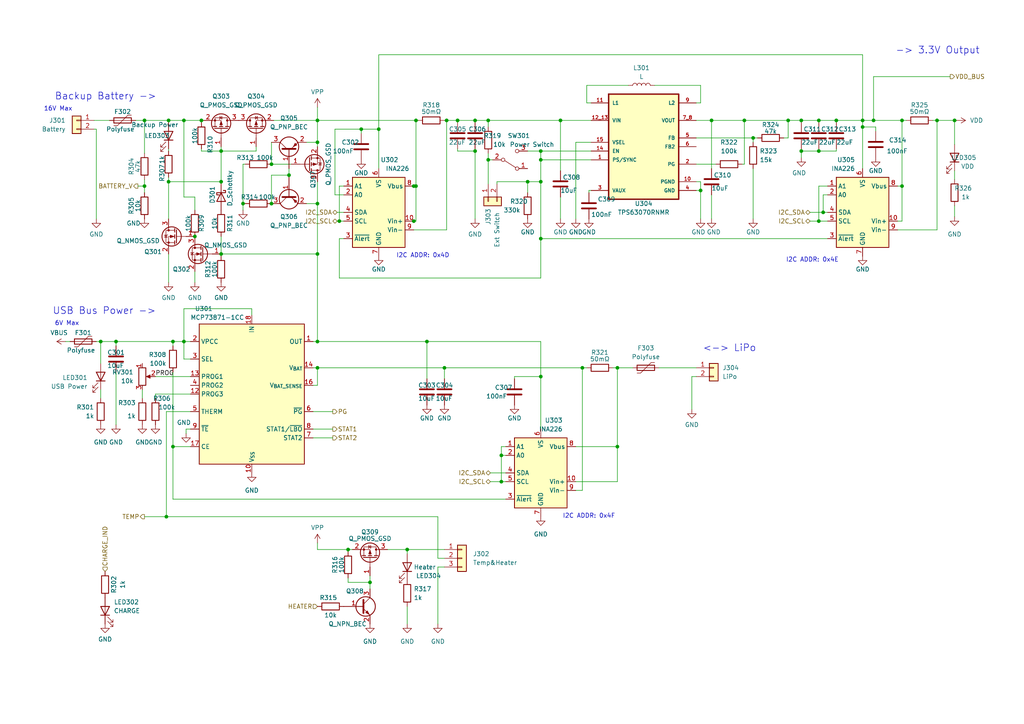
<source format=kicad_sch>
(kicad_sch (version 20231120) (generator "eeschema") (generator_version "8.0")
  (paper "A4")
  (junction (at 120.015 53.975))
  (junction (at 48.895 34.925))
  (junction (at 78.74 59.055))
  (junction (at 100.965 159.385))
  (junction (at 33.655 99.06))
  (junction (at 92.075 106.68))
  (junction (at 218.44 40.005))
  (junction (at 56.515 68.58))
  (junction (at 120.015 64.135))
  (junction (at 64.135 73.66))
  (junction (at 132.715 34.925))
  (junction (at 141.605 34.925))
  (junction (at 92.075 73.66))
  (junction (at 48.26 149.86))
  (junction (at 179.07 106.68))
  (junction (at 238.76 61.595))
  (junction (at 228.6 34.925))
  (junction (at 250.19 34.925))
  (junction (at 137.795 34.925))
  (junction (at 237.49 43.815))
  (junction (at 29.21 99.06))
  (junction (at 168.91 106.68))
  (junction (at 232.41 34.925))
  (junction (at 271.78 34.925))
  (junction (at 145.415 139.7))
  (junction (at 141.605 46.355))
  (junction (at 104.775 37.465))
  (junction (at 78.74 47.625))
  (junction (at 145.415 132.08))
  (junction (at 109.855 37.465))
  (junction (at 107.315 168.91))
  (junction (at 64.135 43.815))
  (junction (at 156.845 52.705))
  (junction (at 156.845 69.215))
  (junction (at 232.41 43.815))
  (junction (at 137.795 43.815))
  (junction (at 237.49 34.925))
  (junction (at 276.86 34.925))
  (junction (at 253.365 34.925))
  (junction (at 41.91 53.975))
  (junction (at 250.19 36.83))
  (junction (at 242.57 34.925))
  (junction (at 118.11 159.385))
  (junction (at 215.9 34.925))
  (junction (at 64.135 52.705))
  (junction (at 120.65 34.925))
  (junction (at 261.62 53.975))
  (junction (at 83.82 50.8))
  (junction (at 120.65 53.975))
  (junction (at 48.895 52.705))
  (junction (at 156.845 43.815))
  (junction (at 128.905 106.68))
  (junction (at 203.2 55.245))
  (junction (at 156.845 46.355))
  (junction (at 123.825 99.06))
  (junction (at 92.075 59.055))
  (junction (at 129.54 34.925))
  (junction (at 53.34 99.06))
  (junction (at 98.425 64.135))
  (junction (at 237.49 64.135))
  (junction (at 58.42 34.925))
  (junction (at 162.56 34.925))
  (junction (at 153.035 52.705))
  (junction (at 206.375 34.925))
  (junction (at 53.34 34.925))
  (junction (at 156.845 109.22))
  (junction (at 92.075 41.275))
  (junction (at 41.91 34.925))
  (junction (at 179.07 129.54))
  (junction (at 92.075 34.925))
  (junction (at 70.485 59.055))
  (junction (at 92.075 99.06))
  (junction (at 50.165 129.54))
  (junction (at 50.165 99.06))
  (junction (at 261.62 34.925))
  (wire (pts (xy 90.805 106.68) (xy 92.075 106.68)))
  (wire (pts (xy 170.18 24.765) (xy 170.18 29.845)))
  (wire (pts (xy 48.895 43.18) (xy 48.895 43.815)))
  (wire (pts (xy 146.685 132.08) (xy 145.415 132.08)))
  (wire (pts (xy 127 164.465) (xy 128.905 164.465)))
  (wire (pts (xy 90.805 111.76) (xy 92.075 111.76)))
  (wire (pts (xy 142.24 139.7) (xy 145.415 139.7)))
  (wire (pts (xy 53.34 104.14) (xy 53.34 99.06)))
  (wire (pts (xy 203.2 55.245) (xy 203.2 63.5)))
  (wire (pts (xy 254 36.83) (xy 250.19 36.83)))
  (wire (pts (xy 33.655 107.95) (xy 33.655 123.19)))
  (wire (pts (xy 128.905 106.68) (xy 128.905 109.855)))
  (wire (pts (xy 50.165 99.06) (xy 50.165 100.33)))
  (wire (pts (xy 171.45 41.275) (xy 167.005 41.275)))
  (wire (pts (xy 64.135 43.815) (xy 64.135 42.545)))
  (wire (pts (xy 167.005 139.7) (xy 179.07 139.7)))
  (wire (pts (xy 170.18 29.845) (xy 171.45 29.845)))
  (wire (pts (xy 45.085 115.57) (xy 45.085 114.3)))
  (wire (pts (xy 100.965 167.64) (xy 100.965 168.91)))
  (wire (pts (xy 271.78 34.925) (xy 276.86 34.925)))
  (wire (pts (xy 168.91 106.68) (xy 170.18 106.68)))
  (wire (pts (xy 92.075 73.66) (xy 92.075 99.06)))
  (wire (pts (xy 120.65 64.135) (xy 120.65 53.975)))
  (wire (pts (xy 271.78 66.675) (xy 271.78 34.925)))
  (wire (pts (xy 58.42 43.18) (xy 58.42 43.815)))
  (wire (pts (xy 98.425 80.645) (xy 156.845 80.645)))
  (wire (pts (xy 92.075 52.705) (xy 92.075 59.055)))
  (wire (pts (xy 206.375 34.925) (xy 206.375 48.895)))
  (wire (pts (xy 55.245 129.54) (xy 50.165 129.54)))
  (wire (pts (xy 83.82 50.8) (xy 78.74 50.8)))
  (wire (pts (xy 128.905 161.925) (xy 127 161.925)))
  (wire (pts (xy 141.605 46.355) (xy 141.605 53.34)))
  (wire (pts (xy 238.76 56.515) (xy 238.76 61.595)))
  (wire (pts (xy 118.11 180.975) (xy 118.11 175.895)))
  (wire (pts (xy 104.775 38.735) (xy 104.775 37.465)))
  (wire (pts (xy 144.145 52.705) (xy 153.035 52.705)))
  (wire (pts (xy 120.65 34.925) (xy 121.285 34.925)))
  (wire (pts (xy 27.94 37.465) (xy 27.94 63.5)))
  (wire (pts (xy 41.91 34.925) (xy 48.895 34.925)))
  (wire (pts (xy 48.895 52.705) (xy 64.135 52.705)))
  (wire (pts (xy 141.605 44.45) (xy 141.605 46.355)))
  (wire (pts (xy 83.82 50.8) (xy 83.82 51.435)))
  (wire (pts (xy 123.825 99.06) (xy 156.845 99.06)))
  (wire (pts (xy 167.005 41.275) (xy 167.005 63.5)))
  (wire (pts (xy 149.225 109.855) (xy 149.225 109.22)))
  (wire (pts (xy 45.085 114.3) (xy 55.245 114.3)))
  (wire (pts (xy 128.905 106.68) (xy 168.91 106.68)))
  (wire (pts (xy 171.45 46.355) (xy 156.845 46.355)))
  (wire (pts (xy 48.895 34.925) (xy 48.895 35.56)))
  (wire (pts (xy 120.015 66.675) (xy 129.54 66.675)))
  (wire (pts (xy 250.19 36.83) (xy 250.19 48.895)))
  (wire (pts (xy 153.035 52.705) (xy 156.845 52.705)))
  (wire (pts (xy 41.275 115.57) (xy 41.275 113.03)))
  (wire (pts (xy 276.86 62.865) (xy 276.86 59.69)))
  (wire (pts (xy 242.57 43.815) (xy 237.49 43.815)))
  (wire (pts (xy 41.91 34.925) (xy 41.91 44.45)))
  (wire (pts (xy 137.795 34.925) (xy 141.605 34.925)))
  (wire (pts (xy 201.93 52.705) (xy 203.2 52.705)))
  (wire (pts (xy 237.49 53.975) (xy 240.03 53.975)))
  (wire (pts (xy 237.49 34.925) (xy 237.49 35.56)))
  (wire (pts (xy 120.015 64.135) (xy 120.65 64.135)))
  (wire (pts (xy 215.9 34.925) (xy 228.6 34.925)))
  (wire (pts (xy 200.66 109.22) (xy 201.93 109.22)))
  (wire (pts (xy 276.86 34.925) (xy 277.495 34.925)))
  (wire (pts (xy 92.075 34.925) (xy 92.075 41.275)))
  (wire (pts (xy 100.965 159.385) (xy 102.235 159.385)))
  (wire (pts (xy 276.86 52.07) (xy 276.86 49.53)))
  (wire (pts (xy 120.015 53.975) (xy 120.65 53.975)))
  (wire (pts (xy 118.11 160.655) (xy 118.11 159.385)))
  (wire (pts (xy 58.42 43.815) (xy 64.135 43.815)))
  (wire (pts (xy 104.775 37.465) (xy 109.855 37.465)))
  (wire (pts (xy 92.075 99.06) (xy 123.825 99.06)))
  (wire (pts (xy 201.93 34.925) (xy 206.375 34.925)))
  (wire (pts (xy 53.34 57.15) (xy 53.34 34.925)))
  (wire (pts (xy 145.415 129.54) (xy 146.685 129.54)))
  (wire (pts (xy 232.41 43.815) (xy 232.41 43.18)))
  (wire (pts (xy 237.49 34.925) (xy 242.57 34.925)))
  (wire (pts (xy 128.905 34.925) (xy 129.54 34.925)))
  (wire (pts (xy 58.42 34.925) (xy 59.055 34.925)))
  (wire (pts (xy 179.07 139.7) (xy 179.07 129.54)))
  (wire (pts (xy 162.56 34.925) (xy 171.45 34.925)))
  (wire (pts (xy 55.245 119.38) (xy 48.26 119.38)))
  (wire (pts (xy 141.605 34.925) (xy 162.56 34.925)))
  (wire (pts (xy 50.165 107.95) (xy 50.165 129.54)))
  (wire (pts (xy 56.515 57.15) (xy 53.34 57.15)))
  (wire (pts (xy 260.35 64.135) (xy 261.62 64.135)))
  (wire (pts (xy 179.07 129.54) (xy 179.07 106.68)))
  (wire (pts (xy 90.805 99.06) (xy 92.075 99.06)))
  (wire (pts (xy 250.19 15.875) (xy 250.19 34.925)))
  (wire (pts (xy 19.05 99.06) (xy 20.32 99.06)))
  (wire (pts (xy 83.82 48.895) (xy 83.82 50.8)))
  (wire (pts (xy 167.005 142.24) (xy 168.91 142.24)))
  (wire (pts (xy 189.865 24.765) (xy 203.2 24.765)))
  (wire (pts (xy 215.265 47.625) (xy 215.9 47.625)))
  (wire (pts (xy 48.895 52.705) (xy 48.895 63.5)))
  (wire (pts (xy 90.805 119.38) (xy 96.52 119.38)))
  (wire (pts (xy 99.695 56.515) (xy 97.155 56.515)))
  (wire (pts (xy 74.295 43.815) (xy 74.295 42.545)))
  (wire (pts (xy 39.37 34.925) (xy 41.91 34.925)))
  (wire (pts (xy 50.165 99.06) (xy 53.34 99.06)))
  (wire (pts (xy 153.035 52.705) (xy 153.035 55.88)))
  (wire (pts (xy 99.695 53.975) (xy 98.425 53.975)))
  (wire (pts (xy 132.715 43.18) (xy 132.715 43.815)))
  (wire (pts (xy 253.365 34.925) (xy 261.62 34.925)))
  (wire (pts (xy 156.845 52.705) (xy 156.845 69.215)))
  (wire (pts (xy 132.715 34.925) (xy 132.715 35.56)))
  (wire (pts (xy 40.005 53.975) (xy 41.91 53.975)))
  (wire (pts (xy 48.895 34.925) (xy 53.34 34.925)))
  (wire (pts (xy 137.795 43.815) (xy 137.795 63.5)))
  (wire (pts (xy 127 161.925) (xy 127 149.86)))
  (wire (pts (xy 145.415 132.08) (xy 145.415 129.54)))
  (wire (pts (xy 109.855 15.875) (xy 109.855 37.465)))
  (wire (pts (xy 145.415 139.7) (xy 146.685 139.7)))
  (wire (pts (xy 27.94 99.06) (xy 29.21 99.06)))
  (wire (pts (xy 64.135 68.58) (xy 64.135 73.66)))
  (wire (pts (xy 127 180.975) (xy 127 164.465)))
  (wire (pts (xy 120.65 34.925) (xy 120.65 53.975)))
  (wire (pts (xy 142.24 137.16) (xy 146.685 137.16)))
  (wire (pts (xy 48.26 119.38) (xy 48.26 149.86)))
  (wire (pts (xy 96.52 127) (xy 90.805 127)))
  (wire (pts (xy 92.075 159.385) (xy 100.965 159.385)))
  (wire (pts (xy 53.34 34.925) (xy 58.42 34.925)))
  (wire (pts (xy 149.225 109.22) (xy 156.845 109.22)))
  (wire (pts (xy 237.49 43.815) (xy 232.41 43.815)))
  (wire (pts (xy 109.855 37.465) (xy 109.855 48.895)))
  (wire (pts (xy 156.845 109.22) (xy 156.845 124.46)))
  (wire (pts (xy 41.91 149.86) (xy 48.26 149.86)))
  (wire (pts (xy 107.315 168.91) (xy 107.315 167.005)))
  (wire (pts (xy 92.075 34.925) (xy 120.65 34.925)))
  (wire (pts (xy 70.485 47.625) (xy 71.12 47.625)))
  (wire (pts (xy 27.305 34.925) (xy 31.75 34.925)))
  (wire (pts (xy 215.9 47.625) (xy 215.9 34.925)))
  (wire (pts (xy 92.075 157.48) (xy 92.075 159.385)))
  (wire (pts (xy 270.51 34.925) (xy 271.78 34.925)))
  (wire (pts (xy 58.42 34.925) (xy 58.42 35.56)))
  (wire (pts (xy 55.245 104.14) (xy 53.34 104.14)))
  (wire (pts (xy 119.38 53.975) (xy 120.015 53.975)))
  (wire (pts (xy 162.56 49.53) (xy 162.56 34.925)))
  (wire (pts (xy 53.975 124.46) (xy 55.245 124.46)))
  (wire (pts (xy 228.6 40.005) (xy 228.6 34.925)))
  (wire (pts (xy 132.715 34.925) (xy 137.795 34.925)))
  (wire (pts (xy 29.21 115.57) (xy 29.21 113.03)))
  (wire (pts (xy 200.66 118.745) (xy 200.66 109.22)))
  (wire (pts (xy 64.135 43.815) (xy 64.135 52.705)))
  (wire (pts (xy 156.845 69.215) (xy 240.03 69.215)))
  (wire (pts (xy 129.54 66.675) (xy 129.54 34.925)))
  (wire (pts (xy 237.49 53.975) (xy 237.49 64.135)))
  (wire (pts (xy 41.91 53.975) (xy 41.91 55.88)))
  (wire (pts (xy 191.135 106.68) (xy 201.93 106.68)))
  (wire (pts (xy 179.07 106.68) (xy 183.515 106.68)))
  (wire (pts (xy 70.485 60.96) (xy 70.485 59.055)))
  (wire (pts (xy 203.2 24.765) (xy 203.2 29.845)))
  (wire (pts (xy 260.35 53.975) (xy 261.62 53.975)))
  (wire (pts (xy 250.19 34.925) (xy 253.365 34.925)))
  (wire (pts (xy 45.085 109.22) (xy 55.245 109.22)))
  (wire (pts (xy 260.35 66.675) (xy 271.78 66.675)))
  (wire (pts (xy 203.2 55.245) (xy 201.93 55.245)))
  (wire (pts (xy 167.005 129.54) (xy 179.07 129.54)))
  (wire (pts (xy 48.895 81.915) (xy 48.895 73.66)))
  (wire (pts (xy 97.79 64.135) (xy 98.425 64.135)))
  (wire (pts (xy 156.845 80.645) (xy 156.845 69.215)))
  (wire (pts (xy 232.41 43.815) (xy 232.41 45.72)))
  (wire (pts (xy 98.425 53.975) (xy 98.425 64.135)))
  (wire (pts (xy 97.155 37.465) (xy 104.775 37.465)))
  (wire (pts (xy 242.57 43.18) (xy 242.57 43.815)))
  (wire (pts (xy 92.075 59.055) (xy 92.075 73.66)))
  (wire (pts (xy 232.41 34.925) (xy 232.41 35.56)))
  (wire (pts (xy 29.21 99.06) (xy 29.21 105.41)))
  (wire (pts (xy 119.38 64.135) (xy 120.015 64.135)))
  (wire (pts (xy 203.2 29.845) (xy 201.93 29.845)))
  (wire (pts (xy 153.035 43.815) (xy 156.845 43.815)))
  (wire (pts (xy 218.44 41.275) (xy 218.44 40.005)))
  (wire (pts (xy 156.845 43.815) (xy 171.45 43.815)))
  (wire (pts (xy 238.76 61.595) (xy 240.03 61.595)))
  (wire (pts (xy 234.95 61.595) (xy 238.76 61.595)))
  (wire (pts (xy 98.425 69.215) (xy 98.425 80.645)))
  (wire (pts (xy 162.56 57.15) (xy 162.56 63.5)))
  (wire (pts (xy 275.59 22.225) (xy 253.365 22.225)))
  (wire (pts (xy 78.74 47.625) (xy 84.455 47.625)))
  (wire (pts (xy 141.605 34.925) (xy 141.605 36.83)))
  (wire (pts (xy 156.845 46.355) (xy 156.845 52.705)))
  (wire (pts (xy 144.145 53.34) (xy 144.145 52.705)))
  (wire (pts (xy 64.135 52.705) (xy 64.135 53.34)))
  (wire (pts (xy 254 38.1) (xy 254 36.83)))
  (wire (pts (xy 50.165 129.54) (xy 50.165 144.78)))
  (wire (pts (xy 97.155 56.515) (xy 97.155 37.465)))
  (wire (pts (xy 29.21 99.06) (xy 33.655 99.06)))
  (wire (pts (xy 250.19 15.875) (xy 109.855 15.875)))
  (wire (pts (xy 170.815 55.245) (xy 171.45 55.245)))
  (wire (pts (xy 237.49 43.18) (xy 237.49 43.815)))
  (wire (pts (xy 145.415 132.08) (xy 145.415 139.7)))
  (wire (pts (xy 156.845 43.815) (xy 156.845 46.355)))
  (wire (pts (xy 53.34 99.06) (xy 55.245 99.06)))
  (wire (pts (xy 207.645 47.625) (xy 201.93 47.625)))
  (wire (pts (xy 56.515 57.15) (xy 56.515 60.96)))
  (wire (pts (xy 33.655 99.06) (xy 50.165 99.06)))
  (wire (pts (xy 206.375 34.925) (xy 215.9 34.925)))
  (wire (pts (xy 100.965 168.91) (xy 107.315 168.91)))
  (wire (pts (xy 70.485 59.055) (xy 70.485 47.625)))
  (wire (pts (xy 48.26 149.86) (xy 127 149.86)))
  (wire (pts (xy 112.395 159.385) (xy 118.11 159.385)))
  (wire (pts (xy 99.695 69.215) (xy 98.425 69.215)))
  (wire (pts (xy 48.895 51.435) (xy 48.895 52.705)))
  (wire (pts (xy 107.315 168.91) (xy 107.315 170.815)))
  (wire (pts (xy 261.62 34.925) (xy 262.89 34.925)))
  (wire (pts (xy 92.075 41.275) (xy 92.075 42.545)))
  (wire (pts (xy 170.815 55.88) (xy 170.815 55.245)))
  (wire (pts (xy 123.825 99.06) (xy 123.825 109.855)))
  (wire (pts (xy 132.715 43.815) (xy 137.795 43.815)))
  (wire (pts (xy 242.57 34.925) (xy 250.19 34.925)))
  (wire (pts (xy 137.795 43.18) (xy 137.795 43.815)))
  (wire (pts (xy 53.975 125.73) (xy 53.975 124.46)))
  (wire (pts (xy 78.74 50.8) (xy 78.74 59.055)))
  (wire (pts (xy 203.2 52.705) (xy 203.2 55.245)))
  (wire (pts (xy 261.62 64.135) (xy 261.62 53.975)))
  (wire (pts (xy 232.41 34.925) (xy 237.49 34.925)))
  (wire (pts (xy 73.025 89.535) (xy 73.025 91.44)))
  (wire (pts (xy 98.425 64.135) (xy 99.695 64.135)))
  (wire (pts (xy 234.95 64.135) (xy 237.49 64.135)))
  (wire (pts (xy 228.6 34.925) (xy 232.41 34.925)))
  (wire (pts (xy 64.135 73.66) (xy 92.075 73.66)))
  (wire (pts (xy 137.795 34.925) (xy 137.795 35.56)))
  (wire (pts (xy 182.245 24.765) (xy 170.18 24.765)))
  (wire (pts (xy 242.57 34.925) (xy 242.57 35.56)))
  (wire (pts (xy 64.135 43.815) (xy 74.295 43.815)))
  (wire (pts (xy 253.365 22.225) (xy 253.365 34.925)))
  (wire (pts (xy 100.965 159.385) (xy 100.965 160.02)))
  (wire (pts (xy 92.075 31.115) (xy 92.075 34.925)))
  (wire (pts (xy 41.91 52.07) (xy 41.91 53.975)))
  (wire (pts (xy 201.93 40.005) (xy 218.44 40.005)))
  (wire (pts (xy 218.44 40.005) (xy 219.71 40.005)))
  (wire (pts (xy 88.9 59.055) (xy 92.075 59.055)))
  (wire (pts (xy 33.655 99.06) (xy 33.655 100.33)))
  (wire (pts (xy 78.74 41.275) (xy 78.74 47.625)))
  (wire (pts (xy 227.33 40.005) (xy 228.6 40.005)))
  (wire (pts (xy 50.165 144.78) (xy 146.685 144.78)))
  (wire (pts (xy 73.025 89.535) (xy 53.34 89.535)))
  (wire (pts (xy 92.075 106.68) (xy 128.905 106.68)))
  (wire (pts (xy 53.34 89.535) (xy 53.34 99.06)))
  (wire (pts (xy 276.86 34.925) (xy 276.86 41.91)))
  (wire (pts (xy 237.49 64.135) (xy 240.03 64.135)))
  (wire (pts (xy 261.62 53.975) (xy 261.62 34.925)))
  (wire (pts (xy 90.805 124.46) (xy 96.52 124.46)))
  (wire (pts (xy 177.8 106.68) (xy 179.07 106.68)))
  (wire (pts (xy 27.305 37.465) (xy 27.94 37.465)))
  (wire (pts (xy 156.845 99.06) (xy 156.845 109.22)))
  (wire (pts (xy 240.03 56.515) (xy 238.76 56.515)))
  (wire (pts (xy 97.79 61.595) (xy 99.695 61.595)))
  (wire (pts (xy 129.54 34.925) (xy 132.715 34.925)))
  (wire (pts (xy 88.9 41.275) (xy 92.075 41.275)))
  (wire (pts (xy 92.075 111.76) (xy 92.075 106.68)))
  (wire (pts (xy 70.485 59.055) (xy 71.12 59.055)))
  (wire (pts (xy 168.91 106.68) (xy 168.91 142.24)))
  (wire (pts (xy 64.135 74.295) (xy 64.135 73.66)))
  (wire (pts (xy 118.11 159.385) (xy 128.905 159.385)))
  (wire (pts (xy 218.44 48.895) (xy 218.44 63.5)))
  (wire (pts (xy 56.515 81.915) (xy 56.515 78.74)))
  (wire (pts (xy 206.375 63.5) (xy 206.375 56.515)))
  (wire (pts (xy 141.605 46.355) (xy 142.875 46.355)))
  (wire (pts (xy 79.375 34.925) (xy 92.075 34.925)))
  (wire (pts (xy 250.19 34.925) (xy 250.19 36.83)))
  (text "-> 3.3V Output" (at 259.715 15.875 0) (effects (font (size 2 2)) (justify left bottom)))
  (text "6V Max" (at 15.875 94.615 0) (effects (font (size 1.27 1.27)) (justify left bottom)))
  (text "<-> LiPo" (at 203.835 102.235 0) (effects (font (size 2 2)) (justify left bottom)))
  (text "16V Max" (at 12.7 32.385 0) (effects (font (size 1.27 1.27)) (justify left bottom)))
  (text "I2C ADDR: 0x4E" (at 227.965 76.2 0) (effects (font (size 1.27 1.27)) (justify left bottom)))
  (text "USB Bus Power ->" (at 15.24 91.44 0) (effects (font (size 2 2)) (justify left bottom)))
  (text "Backup Battery ->" (at 15.875 29.21 0) (effects (font (size 2 2)) (justify left bottom)))
  (text "I2C ADDR: 0x4F" (at 163.195 150.495 0) (effects (font (size 1.27 1.27)) (justify left bottom)))
  (text "I2C ADDR: 0x4D" (at 114.935 74.93 0) (effects (font (size 1.27 1.27)) (justify left bottom)))
  (label "PROG" (at 45.085 109.22 0))
  (hierarchical_label "CHARGE_IND" (shape input) (at 30.48 165.735 90))
  (hierarchical_label "VDD_BUS" (shape output) (at 275.59 22.225 0))
  (hierarchical_label "I2C_SDA" (shape bidirectional) (at 234.95 61.595 180))
  (hierarchical_label "I2C_SCL" (shape bidirectional) (at 142.24 139.7 180))
  (hierarchical_label "STAT1" (shape output) (at 96.52 124.46 0))
  (hierarchical_label "PG" (shape output) (at 96.52 119.38 0))
  (hierarchical_label "I2C_SDA" (shape bidirectional) (at 142.24 137.16 180))
  (hierarchical_label "I2C_SCL" (shape bidirectional) (at 97.79 64.135 180))
  (hierarchical_label "STAT2" (shape output) (at 96.52 127 0))
  (hierarchical_label "HEATER" (shape input) (at 92.075 175.895 180))
  (hierarchical_label "I2C_SCL" (shape bidirectional) (at 234.95 64.135 180))
  (hierarchical_label "BATTERY_V" (shape output) (at 40.005 53.975 180))
  (hierarchical_label "TEMP" (shape output) (at 41.91 149.86 180))
  (hierarchical_label "I2C_SDA" (shape bidirectional) (at 97.79 61.595 180))
  (symbol (lib_id "power:GND") (at 41.91 63.5 0) (unit 1)
    (property "Reference" "#PWR0307" (effects (hide yes)))
    (property "Value" "GND" (at 38.735 64.77 0))
  )
  (symbol (lib_id "Device:C") (at 128.905 113.665 0) (unit 1)
    (property "Reference" "C304" (at 126.365 111.76 0) (effects (justify left)))
    (property "Value" "10uF" (at 126.365 115.57 0) (effects (justify left)))
    (property "Footprint" "Capacitor_SMD:C_0603_1608Metric" (effects (hide yes)))
    (property "LCSC" "C96446" (effects (hide yes)))
  )
  (symbol (lib_id "power:GND") (at 167.005 63.5 0) (unit 1)
    (property "Reference" "#PWR0329" (effects (hide yes)))
    (property "Value" "GND" (at 167.005 67.31 0))
  )
  (symbol (lib_id "Device:R") (at 30.48 169.545 180) (unit 1)
    (property "Reference" "R302" (at 33.02 169.545 90))
    (property "Value" "1k" (at 35.56 169.545 90))
    (property "Footprint" "Resistor_SMD:R_0402_1005Metric" (effects (hide yes)))
    (property "LCSC" "C11702" (effects (hide yes)))
  )
  (symbol (lib_id "Device:LED") (at 29.21 109.22 270) (mirror x) (unit 1)
    (property "Reference" "LED301" (at 25.4 109.5375 90) (effects (justify right)))
    (property "Value" "USB Power" (at 25.4 112.0775 90) (effects (justify right)))
    (property "Footprint" "LED_SMD:LED_0805_2012Metric" (effects (hide yes)))
    (property "LCSC" "C2297" (effects (hide yes)))
  )
  (symbol (lib_id "Device:C") (at 123.825 113.665 0) (unit 1)
    (property "Reference" "C303" (at 121.285 111.76 0) (effects (justify left)))
    (property "Value" "10uF" (at 121.285 115.57 0) (effects (justify left)))
    (property "Footprint" "Capacitor_SMD:C_0603_1608Metric" (effects (hide yes)))
    (property "LCSC" "C96446" (effects (hide yes)))
  )
  (symbol (lib_id "power:GND") (at 200.66 118.745 0) (unit 1)
    (property "Reference" "#PWR0331" (effects (hide yes)))
    (property "Value" "GND" (at 200.66 123.19 0))
  )
  (symbol (lib_id "Device:R") (at 125.095 34.925 90) (unit 1)
    (property "Reference" "R318" (at 125.095 30.48 90))
    (property "Value" "50mΩ" (at 125.095 32.385 90))
    (property "Footprint" "Resistor_SMD:R_0805_2012Metric" (effects (hide yes)))
    (property "LCSC" "C247602" (effects (hide yes)))
  )
  (symbol (lib_id "power:GND") (at 162.56 63.5 0) (unit 1)
    (property "Reference" "#PWR0328" (effects (hide yes)))
    (property "Value" "GND" (at 162.56 67.31 0))
  )
  (symbol (lib_id "Device:Polyfuse") (at 35.56 34.925 90) (unit 1)
    (property "Reference" "F302" (at 35.56 32.385 90))
    (property "Value" "Polyfuse" (at 34.925 37.465 90))
    (property "Footprint" "Fuse:Fuse_1206_3216Metric" (effects (hide yes)))
    (property "LCSC" " C883133" (effects (hide yes)))
  )
  (symbol (lib_id "power:GND") (at 104.775 46.355 0) (unit 1)
    (property "Reference" "#PWR0317" (effects (hide yes)))
    (property "Value" "GND" (at 104.775 50.165 0))
  )
  (symbol (lib_id "power:GND") (at 156.845 149.86 0) (unit 1)
    (property "Reference" "#PWR0327" (effects (hide yes)))
    (property "Value" "GND" (at 156.845 154.94 0))
  )
  (symbol (lib_id "Device:Q_PMOS_GSD") (at 89.535 47.625 0) (mirror x) (unit 1)
    (property "Reference" "Q307" (at 90.805 52.07 90))
    (property "Value" "Q_PMOS_GSD" (at 95.25 47.625 90))
    (property "Footprint" "Package_TO_SOT_SMD:SOT-23" (effects (hide yes)))
    (property "LCSC" "C15127" (effects (hide yes)))
  )
  (symbol (lib_id "power:VBUS") (at 19.05 99.06 90) (unit 1)
    (property "Reference" "#PWR0301" (effects (hide yes)))
    (property "Value" "VBUS" (at 19.685 96.52 90) (effects (justify left)))
  )
  (symbol (lib_id "Device:LED") (at 118.11 164.465 270) (mirror x) (unit 1)
    (property "Reference" "LED304" (at 120.65 167.005 90) (effects (justify left)))
    (property "Value" "Heater" (at 120.015 164.465 90) (effects (justify left)))
    (property "Footprint" "LED_SMD:LED_0805_2012Metric" (effects (hide yes)))
    (property "LCSC" "C2296" (effects (hide yes)))
  )
  (symbol (lib_id "Device:R") (at 48.895 47.625 180) (unit 1)
    (property "Reference" "R307" (at 46.99 50.165 90))
    (property "Value" "1k" (at 46.99 46.355 90))
    (property "Footprint" "Resistor_SMD:R_0402_1005Metric" (effects (hide yes)))
    (property "LCSC" "C11702" (effects (hide yes)))
  )
  (symbol (lib_id "power:GND") (at 123.825 117.475 0) (unit 1)
    (property "Reference" "#PWR0321" (effects (hide yes)))
    (property "Value" "GND" (at 123.825 121.285 0))
  )
  (symbol (lib_id "Device:C") (at 132.715 39.37 0) (unit 1)
    (property "Reference" "C305" (at 130.175 37.465 0) (effects (justify left)))
    (property "Value" "22uF" (at 130.175 41.275 0) (effects (justify left)))
    (property "Footprint" "Capacitor_SMD:C_0805_2012Metric" (effects (hide yes)))
    (property "LCSC" "C45783" (effects (hide yes)))
  )
  (symbol (lib_id "power:GND") (at 203.2 63.5 0) (unit 1)
    (property "Reference" "#PWR0332" (effects (hide yes)))
    (property "Value" "GND" (at 202.565 67.31 0))
  )
  (symbol (lib_id "Device:R") (at 50.165 104.14 0) (mirror y) (unit 1)
    (property "Reference" "R308" (at 48.26 102.87 0) (effects (justify left)))
    (property "Value" "100k" (at 48.26 105.41 0) (effects (justify left)))
    (property "Footprint" "Resistor_SMD:R_0402_1005Metric" (effects (hide yes)))
    (property "LCSC" "C25741" (effects (hide yes)))
  )
  (symbol (lib_id "Device:C") (at 206.375 52.705 0) (unit 1)
    (property "Reference" "C310" (at 207.01 50.8 0) (effects (justify left)))
    (property "Value" "10uF" (at 206.375 54.61 0) (effects (justify left)))
    (property "Footprint" "Capacitor_SMD:C_0603_1608Metric" (effects (hide yes)))
    (property "LCSC" "C96446" (effects (hide yes)))
  )
  (symbol (lib_id "Device:C") (at 232.41 39.37 0) (unit 1)
    (property "Reference" "C311" (at 233.045 37.465 0) (effects (justify left)))
    (property "Value" "22uF" (at 232.41 41.275 0) (effects (justify left)))
    (property "Footprint" "Capacitor_SMD:C_0805_2012Metric" (effects (hide yes)))
    (property "LCSC" "C45783" (effects (hide yes)))
  )
  (symbol (lib_id "Device:R") (at 118.11 172.085 180) (unit 1)
    (property "Reference" "R317" (at 120.015 170.815 0) (effects (justify right)))
    (property "Value" "1k" (at 120.015 173.355 0) (effects (justify right)))
    (property "Footprint" "Resistor_SMD:R_0402_1005Metric" (effects (hide yes)))
    (property "LCSC" "C11702" (effects (hide yes)))
  )
  (symbol (lib_id "Device:Q_NMOS_GSD") (at 59.055 73.66 0) (mirror y) (unit 1)
    (property "Reference" "Q302" (at 55.245 78.105 0) (effects (justify left)))
    (property "Value" "Q_NMOS_GSD" (at 71.755 71.12 0) (effects (justify left)))
    (property "Footprint" "Package_TO_SOT_SMD:SOT-23-3" (effects (hide yes)))
    (property "LCSC" "C20917" (effects (hide yes)))
  )
  (symbol (lib_id "power:GND") (at 276.86 62.865 0) (unit 1)
    (property "Reference" "#PWR0338" (effects (hide yes)))
    (property "Value" "GND" (at 276.86 67.945 0))
  )
  (symbol (lib_id "Device:LED") (at 48.895 39.37 270) (mirror x) (unit 1)
    (property "Reference" "LED303" (at 41.91 39.37 90) (effects (justify left)))
    (property "Value" "Backup Power" (at 38.1 36.195 90) (effects (justify left)))
    (property "Footprint" "LED_SMD:LED_0805_2012Metric" (effects (hide yes)))
    (property "LCSC" "C2297" (effects (hide yes)))
  )
  (symbol (lib_id "Device:R") (at 45.085 119.38 0) (mirror y) (unit 1)
    (property "Reference" "R306" (at 49.53 115.57 0) (effects (justify left)))
    (property "Value" "100k" (at 50.8 118.11 0) (effects (justify left)))
    (property "Footprint" "Resistor_SMD:R_0402_1005Metric" (effects (hide yes)))
    (property "LCSC" "C25741" (effects (hide yes)))
  )
  (symbol (lib_id "Device:C") (at 137.795 39.37 0) (unit 1)
    (property "Reference" "C306" (at 135.89 37.465 0) (effects (justify left)))
    (property "Value" "22uF" (at 135.89 41.275 0) (effects (justify left)))
    (property "Footprint" "Capacitor_SMD:C_0805_2012Metric" (effects (hide yes)))
    (property "LCSC" "C45783" (effects (hide yes)))
  )
  (symbol (lib_id "power:GND") (at 109.855 74.295 0) (unit 1)
    (property "Reference" "#PWR0319" (effects (hide yes)))
    (property "Value" "GND" (at 109.855 78.105 0))
  )
  (symbol (lib_id "Device:C") (at 104.775 42.545 0) (unit 1)
    (property "Reference" "C302" (at 99.06 41.275 0) (effects (justify left)))
    (property "Value" "100nF" (at 96.52 43.815 0) (effects (justify left)))
    (property "Footprint" "Capacitor_SMD:C_0402_1005Metric" (effects (hide yes)))
    (property "LCSC" "C1525" (effects (hide yes)))
  )
  (symbol (lib_id "power:GND") (at 149.225 117.475 0) (unit 1)
    (property "Reference" "#PWR0325" (effects (hide yes)))
    (property "Value" "GND" (at 149.225 121.285 0))
  )
  (symbol (lib_id "power:GND") (at 118.11 180.975 0) (unit 1)
    (property "Reference" "#PWR0320" (effects (hide yes)))
    (property "Value" "GND" (at 118.11 186.055 0))
  )
  (symbol (lib_id "Connector_Generic:Conn_01x02") (at 22.225 34.925 0) (mirror y) (unit 1)
    (property "Reference" "J301" (at 19.05 34.925 0) (effects (justify left)))
    (property "Value" "Battery" (at 19.05 37.465 0) (effects (justify left)))
    (property "Footprint" "Connector_JST:JST_XH_S2B-XH-A_1x02_P2.50mm_Horizontal" (effects (hide yes)))
  )
  (symbol (lib_id "power:GND") (at 153.035 63.5 0) (unit 1)
    (property "Reference" "#PWR0326" (effects (hide yes)))
    (property "Value" "GND" (at 153.035 67.31 0))
  )
  (symbol (lib_id "power:GND") (at 29.21 123.19 0) (unit 1)
    (property "Reference" "#PWR0303" (effects (hide yes)))
    (property "Value" "GND" (at 29.21 128.27 0))
  )
  (symbol (lib_id "power:GND") (at 250.19 74.295 0) (unit 1)
    (property "Reference" "#PWR0336" (effects (hide yes)))
    (property "Value" "GND" (at 250.19 78.105 0))
  )
  (symbol (lib_id "Device:R") (at 141.605 40.64 180) (unit 1)
    (property "Reference" "R319" (at 145.415 39.37 0) (effects (justify left)))
    (property "Value" "10k" (at 146.685 41.91 0) (effects (justify left)))
    (property "Footprint" "Resistor_SMD:R_0402_1005Metric" (effects (hide yes)))
    (property "LCSC" "C25744" (effects (hide yes)))
  )
  (symbol (lib_id "Device:C") (at 162.56 53.34 0) (unit 1)
    (property "Reference" "C308" (at 163.195 51.435 0) (effects (justify left)))
    (property "Value" "10uF" (at 162.56 55.245 0) (effects (justify left)))
    (property "Footprint" "Capacitor_SMD:C_0603_1608Metric" (effects (hide yes)))
    (property "LCSC" "C96446" (effects (hide yes)))
  )
  (symbol (lib_id "Sensor_Energy:INA226") (at 109.855 61.595 0) (mirror y) (unit 1)
    (property "Reference" "U302" (at 115.57 46.355 0) (effects (justify left)))
    (property "Value" "INA226" (at 118.745 48.895 0) (effects (justify left)))
    (property "Footprint" "Package_SO:VSSOP-10_3x3mm_P0.5mm" (effects (hide yes)))
    (property "Datasheet" "http://www.ti.com/lit/ds/symlink/ina226.pdf" (effects (hide yes)))
    (property "LCSC" "C49851" (effects (hide yes)))
  )
  (symbol (lib_id "Device:D_Schottky") (at 64.135 57.15 270) (unit 1)
    (property "Reference" "D301" (at 61.595 56.515 0))
    (property "Value" "D_Schottky" (at 66.675 54.61 0))
    (property "Footprint" "Diode_SMD:D_SOD-323" (effects (hide yes)))
    (property "LCSC" "C191023" (effects (hide yes)))
  )
  (symbol (lib_id "Device:R") (at 74.93 59.055 270) (unit 1)
    (property "Reference" "R314" (at 72.39 57.15 90))
    (property "Value" "100k" (at 77.47 57.15 90))
    (property "Footprint" "Resistor_SMD:R_0402_1005Metric" (effects (hide yes)))
    (property "LCSC" "C25741" (effects (hide yes)))
  )
  (symbol (lib_id "power:GND") (at 48.895 81.915 0) (unit 1)
    (property "Reference" "#PWR0309" (effects (hide yes)))
    (property "Value" "GND" (at 48.895 86.36 0))
  )
  (symbol (lib_id "Device:C") (at 170.815 59.69 0) (unit 1)
    (property "Reference" "C309" (at 173.355 57.785 0) (effects (justify left)))
    (property "Value" "100nF" (at 171.45 62.23 0) (effects (justify left)))
    (property "Footprint" "Capacitor_SMD:C_0402_1005Metric" (effects (hide yes)))
    (property "LCSC" "C1525" (effects (hide yes)))
  )
  (symbol (lib_id "Device:R") (at 29.21 119.38 0) (mirror y) (unit 1)
    (property "Reference" "R301" (at 27.305 118.11 0) (effects (justify left)))
    (property "Value" "1k" (at 27.305 120.65 0) (effects (justify left)))
    (property "Footprint" "Resistor_SMD:R_0402_1005Metric" (effects (hide yes)))
    (property "LCSC" "C11702" (effects (hide yes)))
  )
  (symbol (lib_id "power:GND") (at 127 180.975 0) (unit 1)
    (property "Reference" "#PWR0322" (effects (hide yes)))
    (property "Value" "GND" (at 127 186.055 0))
  )
  (symbol (lib_id "Device:Q_NPN_BEC") (at 104.775 175.895 0) (unit 1)
    (property "Reference" "Q308" (at 100.33 171.45 0) (effects (justify left)))
    (property "Value" "Q_NPN_BEC" (at 95.25 180.975 0) (effects (justify left)))
    (property "Footprint" "Package_TO_SOT_SMD:SOT-23" (effects (hide yes)))
    (property "LCSC" "C20526" (effects (hide yes)))
  )
  (symbol (lib_id "Device:Q_NMOS_GSD") (at 51.435 68.58 0) (mirror y) (unit 1)
    (property "Reference" "Q301" (at 46.99 73.025 0) (effects (justify left)))
    (property "Value" "Q_NMOS_GSD" (at 46.355 69.85 0) (effects (justify left)))
    (property "Footprint" "Package_TO_SOT_SMD:SOT-23-3" (effects (hide yes)))
    (property "LCSC" "C20917" (effects (hide yes)))
  )
  (symbol (lib_id "Device:R") (at 74.93 47.625 270) (unit 1)
    (property "Reference" "R313" (at 71.12 45.72 90))
    (property "Value" "100k" (at 76.835 45.72 90))
    (property "Footprint" "Resistor_SMD:R_0402_1005Metric" (effects (hide yes)))
    (property "LCSC" "C25741" (effects (hide yes)))
  )
  (symbol (lib_id "power:VPP") (at 92.075 31.115 0) (unit 1)
    (property "Reference" "#PWR0315" (effects (hide yes)))
    (property "Value" "VPP" (at 92.075 26.67 0))
  )
  (symbol (lib_id "Battery_Management:MCP73871-1CC") (at 73.025 114.3 0) (unit 1)
    (property "Reference" "U301" (at 56.515 89.535 0) (effects (justify left)))
    (property "Value" "MCP73871-1CC" (at 55.245 92.075 0) (effects (justify left)))
    (property "Footprint" "Package_DFN_QFN:QFN-20-1EP_4x4mm_P0.5mm_EP2.5x2.5mm" (effects (hide yes)))
    (property "Datasheet" "http://www.mouser.com/ds/2/268/22090a-52174.pdf" (effects (hide yes)))
    (property "LCSC" " C511310" (effects (hide yes)))
  )
  (symbol (lib_id "Device:LED") (at 30.48 177.165 90) (unit 1)
    (property "Reference" "LED302" (at 33.02 174.625 90) (effects (justify right)))
    (property "Value" "CHARGE" (at 33.02 177.165 90) (effects (justify right)))
    (property "Footprint" "LED_SMD:LED_0805_2012Metric" (effects (hide yes)))
    (property "LCSC" "C2296" (effects (hide yes)))
  )
  (symbol (lib_id "power:GND") (at 137.795 63.5 0) (unit 1)
    (property "Reference" "#PWR0324" (effects (hide yes)))
    (property "Value" "GND" (at 137.795 67.945 0))
  )
  (symbol (lib_id "Device:R") (at 266.7 34.925 90) (unit 1)
    (property "Reference" "R325" (at 266.7 30.48 90))
    (property "Value" "50mΩ" (at 266.7 32.385 90))
    (property "Footprint" "Resistor_SMD:R_0805_2012Metric" (effects (hide yes)))
    (property "LCSC" "C247602" (effects (hide yes)))
  )
  (symbol (lib_id "power:GND") (at 107.315 180.975 0) (unit 1)
    (property "Reference" "#PWR0318" (effects (hide yes)))
    (property "Value" "GND" (at 107.315 186.055 0))
  )
  (symbol (lib_id "Device:R") (at 276.86 55.88 0) (mirror y) (unit 1)
    (property "Reference" "R326" (at 281.94 54.61 0) (effects (justify left)))
    (property "Value" "1k" (at 281.305 57.15 0) (effects (justify left)))
    (property "Footprint" "Resistor_SMD:R_0402_1005Metric" (effects (hide yes)))
    (property "LCSC" "C11702" (effects (hide yes)))
  )
  (symbol (lib_id "Device:R") (at 211.455 47.625 270) (unit 1)
    (property "Reference" "R322" (at 211.455 41.275 90))
    (property "Value" "100k" (at 211.455 43.815 90))
    (property "Footprint" "Resistor_SMD:R_0402_1005Metric" (effects (hide yes)))
    (property "LCSC" "C25741" (effects (hide yes)))
  )
  (symbol (lib_id "power:GND") (at 27.94 63.5 0) (unit 1)
    (property "Reference" "#PWR0302" (effects (hide yes)))
    (property "Value" "GND" (at 27.94 67.945 0))
  )
  (symbol (lib_id "Device:Q_PMOS_GSD") (at 107.315 161.925 270) (mirror x) (unit 1)
    (property "Reference" "Q309" (at 107.315 154.305 90))
    (property "Value" "Q_PMOS_GSD" (at 107.315 156.21 90))
    (property "Footprint" "Package_TO_SOT_SMD:SOT-23" (effects (hide yes)))
    (property "LCSC" "C15127" (effects (hide yes)))
  )
  (symbol (lib_id "Device:R") (at 58.42 39.37 0) (unit 1)
    (property "Reference" "R310" (at 60.96 41.91 90))
    (property "Value" "100k" (at 56.515 39.37 90))
    (property "Footprint" "Resistor_SMD:R_0402_1005Metric" (effects (hide yes)))
    (property "LCSC" "C25741" (effects (hide yes)))
  )
  (symbol (lib_id "Device:R") (at 100.965 163.83 0) (unit 1)
    (property "Reference" "R316" (at 97.155 163.83 90))
    (property "Value" "100k" (at 99.06 163.83 90))
    (property "Footprint" "Resistor_SMD:R_0402_1005Metric" (effects (hide yes)))
    (property "LCSC" "C25741" (effects (hide yes)))
  )
  (symbol (lib_id "Device:R_Potentiometer") (at 41.275 109.22 0) (unit 1)
    (property "Reference" "RV301" (at 38.735 107.95 0) (effects (justify right)))
    (property "Value" "10k" (at 38.735 110.49 0) (effects (justify right)))
    (property "Footprint" "Potentiometer_SMD:Potentiometer_Bourns_TC33X_Vertical" (effects (hide yes)))
    (property "LCSC" "C719176" (effects (hide yes)))
  )
  (symbol (lib_id "power:GND") (at 254 45.72 0) (unit 1)
    (property "Reference" "#PWR0337" (effects (hide yes)))
    (property "Value" "GND" (at 254 49.53 0))
  )
  (symbol (lib_id "Device:Polyfuse") (at 187.325 106.68 90) (unit 1)
    (property "Reference" "F303" (at 187.325 100.965 90))
    (property "Value" "Polyfuse" (at 187.325 103.505 90))
    (property "Footprint" "Fuse:Fuse_1206_3216Metric" (effects (hide yes)))
    (property "LCSC" " C883133" (effects (hide yes)))
  )
  (symbol (lib_id "Connector_Generic:Conn_01x03") (at 133.985 161.925 0) (unit 1)
    (property "Reference" "J302" (at 137.16 160.655 0) (effects (justify left)))
    (property "Value" "Temp&Heater" (at 137.16 163.195 0) (effects (justify left)))
    (property "Footprint" "Connector_JST:JST_PH_S3B-PH-K_1x03_P2.00mm_Horizontal" (effects (hide yes)))
  )
  (symbol (lib_id "Device:C") (at 242.57 39.37 0) (unit 1)
    (property "Reference" "C313" (at 243.205 37.465 0) (effects (justify left)))
    (property "Value" "22uF" (at 242.57 41.275 0) (effects (justify left)))
    (property "Footprint" "Capacitor_SMD:C_0805_2012Metric" (effects (hide yes)))
    (property "LCSC" "C45783" (effects (hide yes)))
  )
  (symbol (lib_id "Device:R") (at 41.275 119.38 0) (mirror y) (unit 1)
    (property "Reference" "R303" (at 39.37 116.84 0) (effects (justify left)))
    (property "Value" "1k" (at 39.37 120.65 0) (effects (justify left)))
    (property "Footprint" "Resistor_SMD:R_0402_1005Metric" (effects (hide yes)))
    (property "LCSC" "C11702" (effects (hide yes)))
  )
  (symbol (lib_id "Device:R") (at 218.44 45.085 180) (unit 1)
    (property "Reference" "R323" (at 220.345 43.815 0) (effects (justify right)))
    (property "Value" "15k" (at 220.345 46.355 0) (effects (justify right)))
    (property "Footprint" "Resistor_SMD:R_0402_1005Metric" (effects (hide yes)))
    (property "LCSC" "C25756" (effects (hide yes)))
  )
  (symbol (lib_id "Connector_Generic:Conn_01x02") (at 141.605 58.42 90) (mirror x) (unit 1)
    (property "Reference" "J303" (at 141.605 62.865 0))
    (property "Value" "Ext Switch" (at 144.145 66.675 0))
    (property "Footprint" "Connector_JST:JST_PH_S2B-PH-K_1x02_P2.00mm_Horizontal" (effects (hide yes)))
  )
  (symbol (lib_id "power:GND") (at 128.905 117.475 0) (unit 1)
    (property "Reference" "#PWR0323" (effects (hide yes)))
    (property "Value" "GND" (at 128.905 121.285 0))
  )
  (symbol (lib_id "Switch:SW_SPDT") (at 147.955 46.355 0) (mirror x) (unit 1)
    (property "Reference" "SW301" (at 150.495 39.37 0))
    (property "Value" "Power Switch" (at 154.305 41.91 0))
    (property "Footprint" "Button_Switch_THT:SW_CuK_OS102011MA1QN1_SPDT_Angled" (effects (hide yes)))
  )
  (symbol (lib_id "Device:R") (at 153.035 59.69 0) (unit 1)
    (property "Reference" "R320" (at 147.955 58.42 0) (effects (justify left)))
    (property "Value" "330k" (at 146.05 60.96 0) (effects (justify left)))
    (property "Footprint" "Resistor_SMD:R_0402_1005Metric" (effects (hide yes)))
    (property "LCSC" "C23137" (effects (hide yes)))
  )
  (symbol (lib_id "Device:Q_PNP_BEC") (at 83.82 43.815 90) (unit 1)
    (property "Reference" "Q305" (at 83.82 34.29 90))
    (property "Value" "Q_PNP_BEC" (at 83.82 36.83 90))
    (property "Footprint" "Package_TO_SOT_SMD:SOT-23-3" (effects (hide yes)))
    (property "LCSC" "C8326" (effects (hide yes)))
  )
  (symbol (lib_id "Device:R") (at 64.135 64.77 0) (unit 1)
    (property "Reference" "R311" (at 66.675 64.77 90))
    (property "Value" "10k" (at 62.23 64.77 90))
    (property "Footprint" "Resistor_SMD:R_0402_1005Metric" (effects (hide yes)))
    (property "LCSC" "C25744" (effects (hide yes)))
  )
  (symbol (lib_id "Device:Q_PMOS_GSD") (at 64.135 37.465 270) (mirror x) (unit 1)
    (property "Reference" "Q303" (at 64.135 27.94 90))
    (property "Value" "Q_PMOS_GSD" (at 64.135 30.48 90))
    (property "Footprint" "Package_TO_SOT_SMD:SOT-23" (effects (hide yes)))
    (property "LCSC" "C15127" (effects (hide yes)))
  )
  (symbol (lib_id "Device:Q_PNP_BEC") (at 83.82 56.515 90) (mirror x) (unit 1)
    (property "Reference" "Q306" (at 83.82 62.865 90))
    (property "Value" "Q_PNP_BEC" (at 83.82 65.405 90))
    (property "Footprint" "Package_TO_SOT_SMD:SOT-23-3" (effects (hide yes)))
    (property "LCSC" "C8326" (effects (hide yes)))
  )
  (symbol (lib_id "power:GND") (at 170.815 63.5 0) (unit 1)
    (property "Reference" "#PWR0330" (effects (hide yes)))
    (property "Value" "GND" (at 170.815 67.31 0))
  )
  (symbol (lib_id "Device:C") (at 254 41.91 0) (unit 1)
    (property "Reference" "C314" (at 257.81 40.64 0) (effects (justify left)))
    (property "Value" "100nF" (at 257.175 43.815 0) (effects (justify left)))
    (property "Footprint" "Capacitor_SMD:C_0402_1005Metric" (effects (hide yes)))
    (property "LCSC" "C1525" (effects (hide yes)))
  )
  (symbol (lib_id "power:GND") (at 33.655 123.19 0) (unit 1)
    (property "Reference" "#PWR0305" (effects (hide yes)))
    (property "Value" "GND" (at 33.655 128.27 0))
  )
  (symbol (lib_id "power:GND") (at 56.515 81.915 0) (unit 1)
    (property "Reference" "#PWR0311" (effects (hide yes)))
    (property "Value" "GND" (at 56.515 86.36 0))
  )
  (symbol (lib_id "Device:Q_PMOS_GSD") (at 74.295 37.465 90) (unit 1)
    (property "Reference" "Q304" (at 74.295 27.94 90))
    (property "Value" "Q_PMOS_GSD" (at 74.295 30.48 90))
    (property "Footprint" "Package_TO_SOT_SMD:SOT-23" (effects (hide yes)))
    (property "LCSC" "C15127" (effects (hide yes)))
  )
  (symbol (lib_id "power:VDD") (at 277.495 34.925 270) (unit 1)
    (property "Reference" "#PWR0339" (effects (hide yes)))
    (property "Value" "VDD" (at 281.305 34.925 90) (effects (justify left)))
  )
  (symbol (lib_id "power:GND") (at 73.025 137.16 0) (unit 1)
    (property "Reference" "#PWR0314" (effects (hide yes)))
    (property "Value" "GND" (at 73.025 142.24 0))
  )
  (symbol (lib_id "WOBCLibrary:TPS63070RNMR") (at 186.69 42.545 0) (unit 1)
    (property "Reference" "U304" (at 186.69 59.055 0))
    (property "Value" "TPS63070RNMR" (at 186.69 61.595 0))
    (property "Footprint" "WOBCLibrary:VREG_TPS63070RNMR" (effects (hide yes)))
    (property "Description" "\nWide input voltage (2V-16V) buck-boost converter\n" (effects (hide yes)))
    (property "MF" "Texas Instruments" (effects (hide yes)))
    (property "Package" "VQFN-HR-15 Texas Instruments" (effects (hide yes)))
    (property "Price" "None" (effects (hide yes)))
    (property "SnapEDA_Link" "https://www.snapeda.com/parts/TPS63070RNMR/Texas+Instruments/view-part/?ref=snap" (effects (hide yes)))
    (property "MP" "TPS63070RNMR" (effects (hide yes)))
    (property "Purchase-URL" "https://www.snapeda.com/api/url_track_click_mouser/?unipart_id=583017&manufacturer=Texas Instruments&part_name=TPS63070RNMR&search_term=None" (effects (hide yes)))
    (property "Availability" "In Stock" (effects (hide yes)))
    (property "Check_prices" "https://www.snapeda.com/parts/TPS63070RNMR/Texas+Instruments/view-part/?ref=eda" (effects (hide yes)))
    (property "LCSC" "C109322" (effects (hide yes)))
  )
  (symbol (lib_id "power:GND") (at 30.48 180.975 0) (unit 1)
    (property "Reference" "#PWR0304" (effects (hide yes)))
    (property "Value" "GND" (at 30.48 185.42 0))
  )
  (symbol (lib_id "Device:L") (at 186.055 24.765 90) (unit 1)
    (property "Reference" "L301" (at 186.055 19.685 90))
    (property "Value" "L" (at 186.055 22.225 90))
    (property "Footprint" "Inductor_SMD:L_Wuerth_WE-TPC-3816" (effects (hide yes)))
    (property "LCSC" "C3033018" (effects (hide yes)))
  )
  (symbol (lib_id "Device:R") (at 173.99 106.68 90) (unit 1)
    (property "Reference" "R321" (at 173.99 102.235 90))
    (property "Value" "50mΩ" (at 173.99 104.14 90))
    (property "Footprint" "Resistor_SMD:R_0805_2012Metric" (effects (hide yes)))
    (property "LCSC" "C247602" (effects (hide yes)))
  )
  (symbol (lib_id "Device:C") (at 237.49 39.37 0) (unit 1)
    (property "Reference" "C312" (at 238.125 37.465 0) (effects (justify left)))
    (property "Value" "22uF" (at 237.49 41.275 0) (effects (justify left)))
    (property "Footprint" "Capacitor_SMD:C_0805_2012Metric" (effects (hide yes)))
    (property "LCSC" "C45783" (effects (hide yes)))
  )
  (symbol (lib_id "power:GND") (at 64.135 81.915 0) (unit 1)
    (property "Reference" "#PWR0312" (effects (hide yes)))
    (property "Value" "GND" (at 64.135 86.36 0))
  )
  (symbol (lib_id "power:GND") (at 232.41 45.72 0) (unit 1)
    (property "Reference" "#PWR0335" (effects (hide yes)))
    (property "Value" "GND" (at 231.775 50.165 0))
  )
  (symbol (lib_id "Device:R") (at 56.515 64.77 0) (unit 1)
    (property "Reference" "R309" (at 58.42 64.77 90))
    (property "Value" "100k" (at 54.61 64.77 90))
    (property "Footprint" "Resistor_SMD:R_0402_1005Metric" (effects (hide yes)))
    (property "LCSC" "C25741" (effects (hide yes)))
  )
  (symbol (lib_id "Device:R") (at 41.91 59.69 0) (unit 1)
    (property "Reference" "R305" (at 38.1 59.69 90))
    (property "Value" "10k" (at 40.005 59.69 90))
    (property "Footprint" "Resistor_SMD:R_0402_1005Metric" (effects (hide yes)))
    (property "LCSC" "C25744" (effects (hide yes)))
  )
  (symbol (lib_id "Device:C") (at 149.225 113.665 0) (unit 1)
    (property "Reference" "C307" (at 143.51 112.395 0) (effects (justify left)))
    (property "Value" "100nF" (at 140.97 114.935 0) (effects (justify left)))
    (property "Footprint" "Capacitor_SMD:C_0402_1005Metric" (effects (hide yes)))
    (property "LCSC" "C1525" (effects (hide yes)))
  )
  (symbol (lib_id "power:GND") (at 206.375 63.5 0) (unit 1)
    (property "Reference" "#PWR0333" (effects (hide yes)))
    (property "Value" "GND" (at 207.01 67.31 0))
  )
  (symbol (lib_id "Device:Polyfuse") (at 24.13 99.06 90) (unit 1)
    (property "Reference" "F301" (at 24.13 96.52 90))
    (property "Value" "Polyfuse" (at 23.495 101.6 90))
    (property "Footprint" "Fuse:Fuse_1206_3216Metric" (effects (hide yes)))
    (property "LCSC" " C883133" (effects (hide yes)))
  )
  (symbol (lib_id "Device:R") (at 41.91 48.26 0) (unit 1)
    (property "Reference" "R304" (at 38.1 48.26 90))
    (property "Value" "47k" (at 40.005 48.26 90))
    (property "Footprint" "Resistor_SMD:R_0402_1005Metric" (effects (hide yes)))
    (property "LCSC" "C25792" (effects (hide yes)))
  )
  (symbol (lib_id "power:GND") (at 70.485 60.96 0) (unit 1)
    (property "Reference" "#PWR0313" (effects (hide yes)))
    (property "Value" "GND" (at 70.485 64.77 0))
  )
  (symbol (lib_id "power:GND") (at 218.44 63.5 0) (unit 1)
    (property "Reference" "#PWR0334" (effects (hide yes)))
    (property "Value" "GND" (at 218.44 67.31 0))
  )
  (symbol (lib_id "power:VPP") (at 92.075 157.48 0) (unit 1)
    (property "Reference" "#PWR0316" (effects (hide yes)))
    (property "Value" "VPP" (at 92.075 153.035 0))
  )
  (symbol (lib_id "Device:LED") (at 276.86 45.72 270) (mirror x) (unit 1)
    (property "Reference" "LED305" (at 283.21 45.72 90) (effects (justify right)))
    (property "Value" "VDD" (at 282.575 48.26 90) (effects (justify right)))
    (property "Footprint" "LED_SMD:LED_0805_2012Metric" (effects (hide yes)))
    (property "LCSC" "C2297" (effects (hide yes)))
  )
  (symbol (lib_id "Sensor_Energy:INA226") (at 156.845 137.16 0) (mirror y) (unit 1)
    (property "Reference" "U303" (at 163.195 121.92 0) (effects (justify left)))
    (property "Value" "INA226" (at 163.195 124.46 0) (effects (justify left)))
    (property "Footprint" "Package_SO:VSSOP-10_3x3mm_P0.5mm" (effects (hide yes)))
    (property "Datasheet" "http://www.ti.com/lit/ds/symlink/ina226.pdf" (effects (hide yes)))
    (property "LCSC" "C49851" (effects (hide yes)))
  )
  (symbol (lib_id "Device:C") (at 33.655 104.14 0) (unit 1)
    (property "Reference" "C301" (at 31.115 102.235 0) (effects (justify left)))
    (property "Value" "10uF" (at 31.115 106.045 0) (effects (justify left)))
    (property "Footprint" "Capacitor_SMD:C_0603_1608Metric" (effects (hide yes)))
    (property "LCSC" "C96446" (effects (hide yes)))
  )
  (symbol (lib_id "power:GND") (at 45.085 123.19 0) (unit 1)
    (property "Reference" "#PWR0308" (effects (hide yes)))
    (property "Value" "GND" (at 45.085 128.27 0))
  )
  (symbol (lib_id "power:GND") (at 41.275 123.19 0) (unit 1)
    (property "Reference" "#PWR0306" (effects (hide yes)))
    (property "Value" "GND" (at 41.275 128.27 0))
  )
  (symbol (lib_id "Device:R") (at 64.135 78.105 0) (unit 1)
    (property "Reference" "R312" (at 60.325 78.105 90))
    (property "Value" "100k" (at 62.23 78.105 90))
    (property "Footprint" "Resistor_SMD:R_0402_1005Metric" (effects (hide yes)))
    (property "LCSC" "C25741" (effects (hide yes)))
  )
  (symbol (lib_id "Device:R") (at 95.885 175.895 270) (unit 1)
    (property "Reference" "R315" (at 95.25 173.355 90))
    (property "Value" "10k" (at 95.885 178.435 90))
    (property "Footprint" "Resistor_SMD:R_0402_1005Metric" (effects (hide yes)))
    (property "LCSC" "C25744" (effects (hide yes)))
  )
  (symbol (lib_id "Sensor_Energy:INA226") (at 250.19 61.595 0) (mirror y) (unit 1)
    (property "Reference" "U305" (at 247.9959 46.355 0) (effects (justify left)))
    (property "Value" "INA226" (at 247.9959 48.895 0) (effects (justify left)))
    (property "Footprint" "Package_SO:VSSOP-10_3x3mm_P0.5mm" (effects (hide yes)))
    (property "Datasheet" "http://www.ti.com/lit/ds/symlink/ina226.pdf" (effects (hide yes)))
    (property "LCSC" "C49851" (effects (hide yes)))
  )
  (symbol (lib_id "Device:R") (at 223.52 40.005 90) (unit 1)
    (property "Reference" "R324" (at 223.52 36.195 90))
    (property "Value" "47k" (at 223.52 38.1 90))
    (property "Footprint" "Resistor_SMD:R_0402_1005Metric" (effects (hide yes)))
    (property "LCSC" "C25792" (effects (hide yes)))
  )
  (symbol (lib_id "power:GND") (at 53.975 125.73 0) (unit 1)
    (property "Reference" "#PWR0310" (effects (hide yes)))
    (property "Value" "GND" (at 53.34 122.555 0))
  )
  (symbol (lib_id "Connector_Generic:Conn_01x02") (at 207.01 106.68 0) (unit 1)
    (property "Reference" "J304" (at 209.55 106.68 0) (effects (justify left)))
    (property "Value" "LiPo" (at 209.55 109.22 0) (effects (justify left)))
    (property "Footprint" "Connector_JST:JST_PH_S2B-PH-K_1x02_P2.00mm_Horizontal" (effects (hide yes)))
  )
)
</source>
